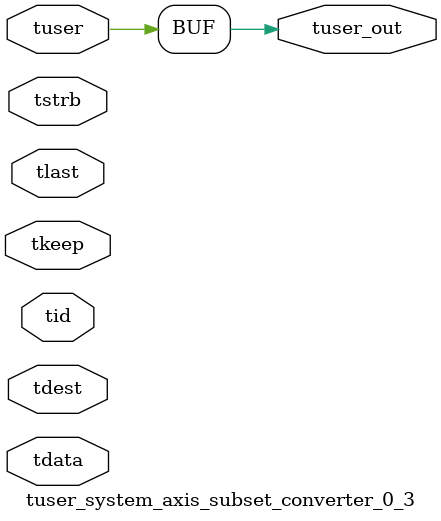
<source format=v>


`timescale 1ps/1ps

module tuser_system_axis_subset_converter_0_3 #
(
parameter C_S_AXIS_TUSER_WIDTH = 1,
parameter C_S_AXIS_TDATA_WIDTH = 32,
parameter C_S_AXIS_TID_WIDTH   = 0,
parameter C_S_AXIS_TDEST_WIDTH = 0,
parameter C_M_AXIS_TUSER_WIDTH = 1
)
(
input  [(C_S_AXIS_TUSER_WIDTH == 0 ? 1 : C_S_AXIS_TUSER_WIDTH)-1:0     ] tuser,
input  [(C_S_AXIS_TDATA_WIDTH == 0 ? 1 : C_S_AXIS_TDATA_WIDTH)-1:0     ] tdata,
input  [(C_S_AXIS_TID_WIDTH   == 0 ? 1 : C_S_AXIS_TID_WIDTH)-1:0       ] tid,
input  [(C_S_AXIS_TDEST_WIDTH == 0 ? 1 : C_S_AXIS_TDEST_WIDTH)-1:0     ] tdest,
input  [(C_S_AXIS_TDATA_WIDTH/8)-1:0 ] tkeep,
input  [(C_S_AXIS_TDATA_WIDTH/8)-1:0 ] tstrb,
input                                                                    tlast,
output [C_M_AXIS_TUSER_WIDTH-1:0] tuser_out
);

assign tuser_out = {tuser[0:0]};

endmodule


</source>
